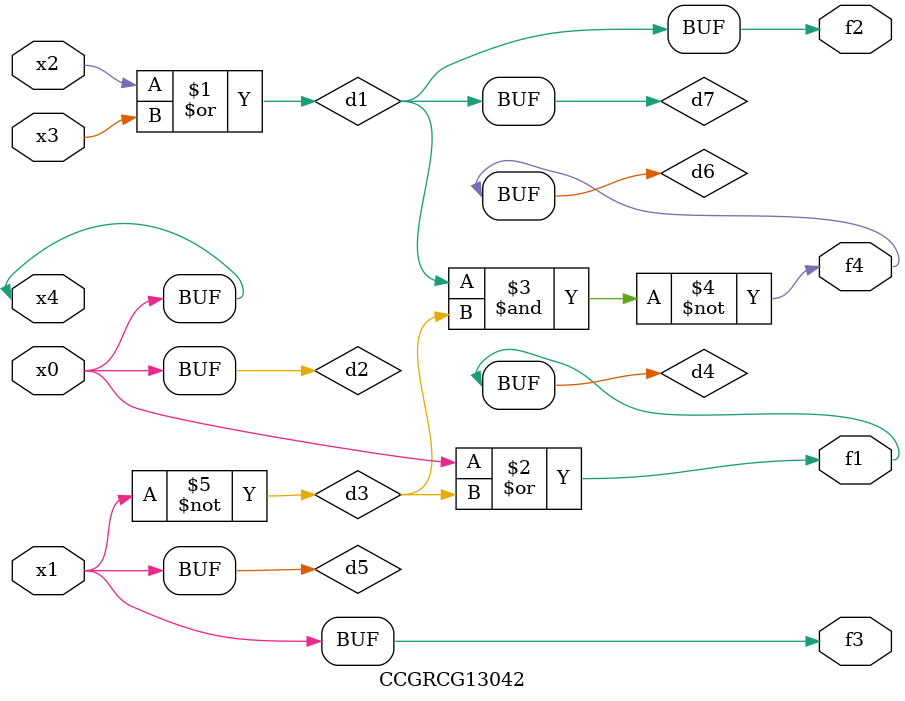
<source format=v>
module CCGRCG13042(
	input x0, x1, x2, x3, x4,
	output f1, f2, f3, f4
);

	wire d1, d2, d3, d4, d5, d6, d7;

	or (d1, x2, x3);
	buf (d2, x0, x4);
	not (d3, x1);
	or (d4, d2, d3);
	not (d5, d3);
	nand (d6, d1, d3);
	or (d7, d1);
	assign f1 = d4;
	assign f2 = d7;
	assign f3 = d5;
	assign f4 = d6;
endmodule

</source>
